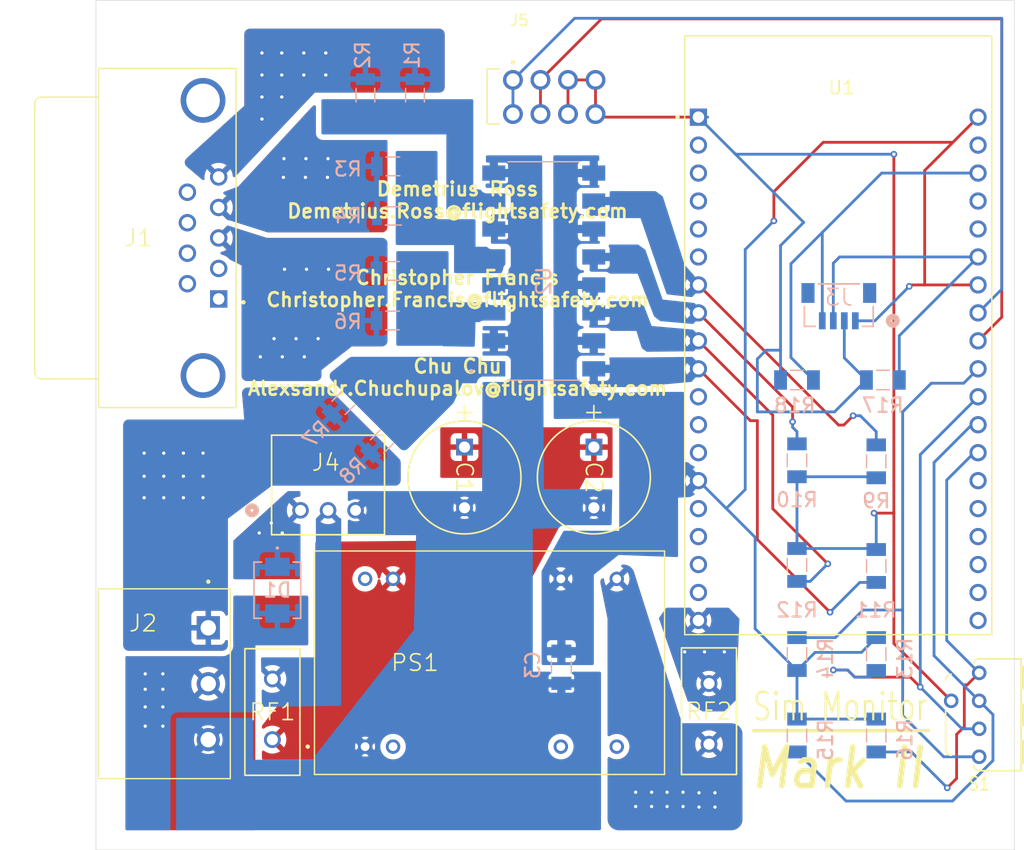
<source format=kicad_pcb>
(kicad_pcb (version 20241229) (generator "pcbnew") (generator_version "9.0")
  (layers (0 "F.Cu" signal) (2 "B.Cu" signal) (13 "F.Paste" user) (15 "B.Paste" user) (5 "F.SilkS" user "F.Silkscreen") (7 "B.SilkS" user "B.Silkscreen") (1 "F.Mask" user) (3 "B.Mask" user) (25 "Edge.Cuts" user))
  (net 0 "")
  (net 1 "-Vin")
  (net 4 "spare")
  (net 5 "ramp_down")
  (net 7 "ramp_up")
  (net 13 "sim_home")
  (net 18 "spare_opto")
  (net 19 "+3.3V")
  (net 20 "GPIO_25")
  (net 21 "GPIO_26")
  (net 22 "GPIO_16")
  (net 23 "ESP_GND2")
  (net 24 "GPIO_17")
  (net 25 "GPIO_4")
  (net 26 "/+VIN")
  (net 40 "GPIO_21")
  (net 45 "GPIO_22")
  (net 48 "+24V")
  (net 50 "GPIO_32")
  (net 51 "GPIO_33")
  (net 52 "GPIO_5")
  (net 53 "ramp_up_opto")
  (net 54 "/ramp_down_opto")
  (net 55 "/sim_home_opto")
  (net 56 "+VIN-dc")
  (net 57 "/+VOUT")
  (net 58 "+VOUT-esp")
  (net 59 "/+24V-Sim")
  (net 60 "GPIO_19")
  (net 61 "GPIO_18")
  (footprint "footprints:DRR3010" (layer "F.Cu") (at 175.75 117.31915 90)
    (property "Reference" "S1")
    (property "Value" "DRR3016")
  )
  (footprint "footprints:MODULE_ESP32-DEVKITC-32D" (layer "F.Cu") (at 162.95 82.78915)
    (property "Reference" "U1")
    (property "Value" "ESP32-DEVKITC-32D")
  )
  (footprint "footprints:CONN_S3B-EH_JST" (layer "F.Cu") (at 114.1049 98.7451)
    (property "Reference" "J4")
    (property "Value" "S3B-EH")
  )
  (footprint "footprints:ASSMANN_A-DF_09_A_KG-T4S" (layer "F.Cu") (at 106.67 79.545 -90)
    (property "Reference" "J1")
    (property "Value" "A-DF_09_A_KG-T4S")
  )
  (footprint "footprints:PTC_RESET_FUSE" (layer "F.Cu") (at 151.21 119.98915 90)
    (property "Reference" "RF2")
    (property "Value" "~" (hide yes))
  )
  (footprint "footprints:PHOENIX_1770979" (layer "F.Cu") (at 131.05 63.65)
    (property "Reference" "J5")
    (property "Value" "1770979")
  )
  (footprint "footprints:PTC_RESET_FUSE" (layer "F.Cu") (at 111.55 114.0617 -90)
    (property "Reference" "RF1")
    (property "Value" "~" (hide yes))
  )
  (footprint "footprints:PCAP_10x12_5-THRU-ELECT_NCA" (layer "F.Cu") (at 140.75 93 -90)
    (property "Reference" "C2")
    (property "Value" "UHE2A470MPD")
  )
  (footprint "footprints:PHOENIX_1757255" (layer "F.Cu") (at 95.725 105.875 -90)
    (property "Reference" "J2")
    (property "Value" "jst-power")
  )
  (footprint "footprints:PCAP_10x12_5-THRU-ELECT_NCA" (layer "F.Cu") (at 129 93 -90)
    (property "Reference" "C1")
    (property "Value" "UHE2A470MPD")
  )
  (footprint "footprints:CONV_REC5A-2405SW_H2" (layer "F.Cu") (at 131.27 112.58915)
    (property "Reference" "PS1")
    (property "Value" "REC5A-2405SW_H2")
  )
  (footprint "footprints:CONN_BM04B-SRSS-TB_SPK" (layer "B.Cu") (at 163 80.106 180)
    (property "Reference" "J3")
    (property "Value" "JST -SM")
  )
  (footprint "footprints:RESC3216X75N" (layer "B.Cu") (at 159.2 86.906)
    (property "Reference" "R18")
    (property "Value" "CR1206-FX-1002ELF")
  )
  (footprint "footprints:RESC3216X75N" (layer "B.Cu") (at 166.4 103.8 90)
    (property "Reference" "R11")
    (property "Value" "CR1206-FX-1002ELF")
  )
  (footprint "footprints:RESC3216X75N" (layer "B.Cu") (at 166.4 111.8 90)
    (property "Reference" "R13")
    (property "Value" "CR1206-FX-1002ELF")
  )
  (footprint "footprints:RESC3115X65N" (layer "B.Cu") (at 122.46 81.5)
    (property "Reference" "R6" (hide yes))
    (property "Value" "CRGH1206J4K7")
  )
  (footprint "footprints:RESC3115X65N" (layer "B.Cu") (at 121.5 92.5 45)
    (property "Reference" "R8")
    (property "Value" "CRGH1206J4K7")
  )
  (footprint "footprints:DO214AASMB_CIP-L" (layer "B.Cu") (at 112 106 -90)
    (property "Reference" "D1")
    (property "Value" "SS34B-HF")
  )
  (footprint "footprints:RESC3115X65N" (layer "B.Cu") (at 124.5 61.04 -90)
    (property "Reference" "R1")
    (property "Value" "CRGH1206J4K7")
  )
  (footprint "footprints:RESC3115X65N" (layer "B.Cu") (at 122.46 77)
    (property "Reference" "R5" (hide yes))
    (property "Value" "CRGH1206J4K7")
  )
  (footprint "footprints:RESC3015X65N" (layer "B.Cu") (at 122.54 72)
    (property "Reference" "R4")
    (property "Value" "CRGH1206J4K7")
  )
  (footprint "footprints:RESC3115X65N" (layer "B.Cu") (at 122.5 67.5)
    (property "Reference" "R3")
    (property "Value" "CRGH1206J4K7")
  )
  (footprint "footprints:RESC3216X75N" (layer "B.Cu") (at 167 86.906)
    (property "Reference" "R17")
    (property "Value" "CR1206-FX-1002ELF")
  )
  (footprint "footprints:RESC3216X75N" (layer "B.Cu") (at 159.2 94.2 -90)
    (property "Reference" "R10")
    (property "Value" "CR1206-FX-1002ELF")
  )
  (footprint "footprints:SOIC254P1016X460-16N" (layer "B.Cu") (at 136.2 77)
    (property "Reference" "U2")
    (property "Value" "LTV-846S")
  )
  (footprint "footprints:RESC3216X75N" (layer "B.Cu") (at 166.4 94.294 -90)
    (property "Reference" "R9")
    (property "Value" "CR1206-FX-1002ELF")
  )
  (footprint "footprints:RESC3216X75N" (layer "B.Cu") (at 159.2 103.706 90)
    (property "Reference" "R12")
    (property "Value" "CR1206-FX-1002ELF")
  )
  (footprint "footprints:RESC3216X75N" (layer "B.Cu") (at 159.2 111.8 -90)
    (property "Reference" "R14")
    (property "Value" "CR1206-FX-1002ELF")
  )
  (footprint "footprints:RESC3216X75N" (layer "B.Cu") (at 166.4 119.2 90)
    (property "Reference" "R16")
    (property "Value" "CR1206-FX-1002ELF")
  )
  (footprint "footprints:RESC3115X65N" (layer "B.Cu") (at 120 61.04 -90)
    (property "Reference" "R2")
    (property "Value" "CRGH1206J4K7")
  )
  (footprint "footprints:RESC3216X75N" (layer "B.Cu") (at 159.2 119.2 90)
    (property "Reference" "R15")
    (property "Value" "CR1206-FX-1002ELF")
  )
  (footprint "footprints:CAPC3216X180N" (layer "B.Cu") (at 137.8 113 -90)
    (property "Reference" "C3")
    (property "Value" "1000pf/3kV")
  )
  (footprint "footprints:RESC3115X65N" (layer "B.Cu") (at 118 89 45)
    (property "Reference" "R7")
    (property "Value" "CRGH1206J4K7")
  )
  (gr_line (start 155.225 118.75) (end 171.175 118.75) (stroke (width 0.3)) (layer "F.SilkS"))
  (gr_rect (start 95.525 52.41415) (end 178.95 129.58915) (stroke (width 0.05)) (fill no) (layer "Edge.Cuts"))
  (gr_text "Mark II" (at 154.8 124.2 0) (layer "F.SilkS") (effects (font (size 3.5 3) (thickness 0.5) (bold yes) (italic yes)) (justify left bottom)))
  (gr_text "Demetrius Ross\nDemetrius.Ross@flightsafety.com\n\n\nChristopher Francis\nChristopher.Francis@flightsafety.com\n\n\nChu Chu\nAlexsandr.Chuchupalov@flightsafety.com" (at 128.365 88.4 0) (layer "F.SilkS") (effects (font (size 1.25 1.25) (thickness 0.25) (bold yes)) (justify bottom)))
  (gr_text "Sim Monitor" (at 163.125 118.05 0) (layer "F.SilkS") (effects (font (size 2.5 1.75) (thickness 0.2)) (justify bottom)))
  (gr_text "R5\n" (at 118.4 77.2 0) (layer "B.SilkS") (effects (font (size 1.3 1.3) (thickness 0.2)) (justify mirror)))
  (gr_text "R6\n" (at 118.4 81.6 0) (layer "B.SilkS") (effects (font (size 1.3 1.3) (thickness 0.2)) (justify mirror)))
  (via (at 110.6 59.2) (size 0.6) (drill 0.3) (layers "F.Cu" "B.Cu") (net 4))
  (via (at 110.6 61.2) (size 0.6) (drill 0.3) (layers "F.Cu" "B.Cu") (net 4))
  (via (at 116.4 57.2) (size 0.6) (drill 0.3) (layers "F.Cu" "B.Cu") (net 4))
  (via (at 110.6 57.2) (size 0.6) (drill 0.3) (layers "F.Cu" "B.Cu") (net 4))
  (via (at 114.4 59.2) (size 0.6) (drill 0.3) (layers "F.Cu" "B.Cu") (net 4))
  (via (at 110.6 63.2) (size 0.6) (drill 0.3) (layers "F.Cu" "B.Cu") (net 4))
  (via (at 116.4 59.2) (size 0.6) (drill 0.3) (layers "F.Cu" "B.Cu") (net 4))
  (via (at 114.4 57.2) (size 0.6) (drill 0.3) (layers "F.Cu" "B.Cu") (net 4))
  (via (at 112.4 61.2) (size 0.6) (drill 0.3) (layers "F.Cu" "B.Cu") (net 4))
  (via (at 112.4 59.2) (size 0.6) (drill 0.3) (layers "F.Cu" "B.Cu") (net 4))
  (via (at 112.4 57.2) (size 0.6) (drill 0.3) (layers "F.Cu" "B.Cu") (net 4))
  (via (at 115.7 83.15) (size 0.6) (drill 0.3) (layers "F.Cu" "B.Cu") (net 5))
  (via (at 116.65 76.85) (size 0.6) (drill 0.3) (layers "F.Cu" "B.Cu") (net 5))
  (via (at 111.7 83.15) (size 0.6) (drill 0.3) (layers "F.Cu" "B.Cu") (net 5))
  (via (at 114.65 76.85) (size 0.6) (drill 0.3) (layers "F.Cu" "B.Cu") (net 5))
  (via (at 112.45 84.8) (size 0.6) (drill 0.3) (layers "F.Cu" "B.Cu") (net 5))
  (via (at 113.7 83.15) (size 0.6) (drill 0.3) (layers "F.Cu" "B.Cu") (net 5))
  (via (at 112.65 76.85) (size 0.6) (drill 0.3) (layers "F.Cu" "B.Cu") (net 5))
  (via (at 114.45 84.8) (size 0.6) (drill 0.3) (layers "F.Cu" "B.Cu") (net 5))
  (via (at 110.45 84.8) (size 0.6) (drill 0.3) (layers "F.Cu" "B.Cu") (net 5))
  (via (at 116.55 68.5) (size 0.6) (drill 0.3) (layers "F.Cu" "B.Cu") (net 7))
  (via (at 116.6 66.8) (size 0.6) (drill 0.3) (layers "F.Cu" "B.Cu") (net 7))
  (via (at 114.55 68.5) (size 0.6) (drill 0.3) (layers "F.Cu" "B.Cu") (net 7))
  (via (at 112.55 68.5) (size 0.6) (drill 0.3) (layers "F.Cu" "B.Cu") (net 7))
  (via (at 112.6 66.8) (size 0.6) (drill 0.3) (layers "F.Cu" "B.Cu") (net 7))
  (via (at 114.6 66.8) (size 0.6) (drill 0.3) (layers "F.Cu" "B.Cu") (net 7))
  (via (at 99.9 95.65) (size 0.6) (drill 0.3) (layers "F.Cu" "B.Cu") (net 13))
  (via (at 99.9 97.6) (size 0.6) (drill 0.3) (layers "F.Cu" "B.Cu") (net 13))
  (via (at 105.25 97.6) (size 0.6) (drill 0.3) (layers "F.Cu" "B.Cu") (net 13))
  (via (at 101.683333 95.65) (size 0.6) (drill 0.3) (layers "F.Cu" "B.Cu") (net 13))
  (via (at 101.683333 97.6) (size 0.6) (drill 0.3) (layers "F.Cu" "B.Cu") (net 13))
  (via (at 105.25 93.55) (size 0.6) (drill 0.3) (layers "F.Cu" "B.Cu") (net 13))
  (via (at 101.683333 93.55) (size 0.6) (drill 0.3) (layers "F.Cu" "B.Cu") (net 13))
  (via (at 105.25 95.65) (size 0.6) (drill 0.3) (layers "F.Cu" "B.Cu") (net 13))
  (via (at 103.466667 97.6) (size 0.6) (drill 0.3) (layers "F.Cu" "B.Cu") (net 13))
  (via (at 103.466667 93.55) (size 0.6) (drill 0.3) (layers "F.Cu" "B.Cu") (net 13))
  (via (at 99.9 93.55) (size 0.6) (drill 0.3) (layers "F.Cu" "B.Cu") (net 13))
  (via (at 103.466667 95.65) (size 0.6) (drill 0.3) (layers "F.Cu" "B.Cu") (net 13))
  (segment (start 168 110.83915) (end 168 99) (width 0.254) (layer "F.Cu") (net 19))
  (segment (start 173.21 116.04915) (end 168 110.83915) (width 0.254) (layer "F.Cu") (net 19))
  (segment (start 168 99) (end 166.2 99) (width 0.254) (layer "F.Cu") (net 19))
  (segment (start 141.17915 63.02915) (end 140.9 62.75) (width 0.254) (layer "F.Cu") (net 19))
  (segment (start 150.25 63.02915) (end 141.17915 63.02915) (width 0.254) (layer "F.Cu") (net 19))
  (segment (start 138.4 62.75) (end 138.4 59.65) (width 0.254) (layer "F.Cu") (net 19))
  (segment (start 168 99) (end 168 66.4) (width 0.254) (layer "F.Cu") (net 19))
  (segment (start 140.9 59.65) (end 140.9 62.75) (width 0.254) (layer "F.Cu") (net 19))
  (segment (start 138.4 59.65) (end 140.9 59.65) (width 0.254) (layer "F.Cu") (net 19))
  (via (at 166.2 99) (size 0.6) (drill 0.3) (layers "F.Cu" "B.Cu") (net 19))
  (via (at 168 66.4) (size 0.6) (drill 0.3) (layers "F.Cu" "B.Cu") (net 19))
  (segment (start 166.4 99.2) (end 166.4 102.306) (width 0.254) (layer "B.Cu") (net 19))
  (segment (start 151.090301 63.02915) (end 150.25 63.02915) (width 0.254) (layer "B.Cu") (net 19))
  (segment (start 157.706 74.694) (end 157.706 84.2) (width 0.254) (layer "B.Cu") (net 19))
  (segment (start 157.706 84.2) (end 156.4 84.2) (width 0.254) (layer "B.Cu") (net 19))
  (segment (start 162.612 89.8) (end 155.6 89.8) (width 0.254) (layer "B.Cu") (net 19))
  (segment (start 166.306 102.212) (end 166.4 102.306) (width 0.254) (layer "B.Cu") (net 19))
  (segment (start 155.6 85) (end 155.6 89.8) (width 0.254) (layer "B.Cu") (net 19))
  (segment (start 156.4 84.2) (end 155.6 85) (width 0.254) (layer "B.Cu") (net 19))
  (segment (start 165.506 86.906) (end 162.612 89.8) (width 0.254) (layer "B.Cu") (net 19))
  (segment (start 153.510425 66.289575) (end 150.25 63.02915) (width 0.254) (layer "B.Cu") (net 19))
  (segment (start 159.810425 72.589575) (end 153.510425 66.289575) (width 0.254) (layer "B.Cu") (net 19))
  (segment (start 166.306 95.694) (end 166.4 95.788) (width 0.254) (layer "B.Cu") (net 19))
  (segment (start 159.2 102.212) (end 166.306 102.212) (width 0.254) (layer "B.Cu") (net 19))
  (segment (start 168 66.4) (end 153.62085 66.4) (width 0.254) (layer "B.Cu") (net 19))
  (segment (start 159.2 95.694) (end 166.306 95.694) (width 0.254) (layer "B.Cu") (net 19))
  (segment (start 159.2 95.694) (end 159.2 102.212) (width 0.254) (layer "B.Cu") (net 19))
  (segment (start 166.2 99) (end 166.4 99.2) (width 0.254) (layer "B.Cu") (net 19))
  (segment (start 165.506 86.906) (end 163.499999 84.899999) (width 0.254) (layer "B.Cu") (net 19))
  (segment (start 153.62085 66.4) (end 153.510425 66.289575) (width 0.254) (layer "B.Cu") (net 19))
  (segment (start 163.499999 84.899999) (end 163.499999 81.5276) (width 0.254) (layer "B.Cu") (net 19))
  (segment (start 157.706 84.2) (end 157.706 86.906) (width 0.254) (layer "B.Cu") (net 19))
  (segment (start 159.810425 72.589575) (end 157.706 74.694) (width 0.254) (layer "B.Cu") (net 19))
  (segment (start 162 103.6) (end 157 98.6) (width 0.254) (layer "F.Cu") (net 20))
  (segment (start 157 90.09915) (end 150.25 83.34915) (width 0.254) (layer "F.Cu") (net 20))
  (segment (start 157 98.6) (end 157 90.09915) (width 0.254) (layer "F.Cu") (net 20))
  (via (at 162 103.6) (size 0.6) (drill 0.3) (layers "F.Cu" "B.Cu") (net 20))
  (segment (start 160.4 105.2) (end 162 103.6) (width 0.254) (layer "B.Cu") (net 20))
  (segment (start 159.2 105.2) (end 160.4 105.2) (width 0.254) (layer "B.Cu") (net 20))
  (segment (start 154.96085 90.6) (end 150.25 85.88915) (width 0.254) (layer "F.Cu") (net 21))
  (segment (start 155.6 101.4) (end 155.6 90.6) (width 0.254) (layer "F.Cu") (net 21))
  (segment (start 162.2 108) (end 155.6 101.4) (width 0.254) (layer "F.Cu") (net 21))
  (segment (start 155.6 90.6) (end 154.96085 90.6) (width 0.254) (layer "F.Cu") (net 21))
  (via (at 162.2 108) (size 0.6) (drill 0.3) (layers "F.Cu" "B.Cu") (net 21))
  (segment (start 164.906 105.294) (end 162.2 108) (width 0.254) (layer "B.Cu") (net 21))
  (segment (start 166.4 105.294) (end 164.906 105.294) (width 0.254) (layer "B.Cu") (net 21))
  (segment (start 159.2 120.694) (end 163.656 125.15) (width 0.254) (layer "B.Cu") (net 22))
  (segment (start 175.08085 90.96915) (end 175.65 90.96915) (width 0.254) (layer "B.Cu") (net 22))
  (segment (start 171.65 94.4) (end 175.08085 90.96915) (width 0.254) (layer "B.Cu") (net 22))
  (segment (start 171.65 111.94915) (end 171.65 94.4) (width 0.254) (layer "B.Cu") (net 22))
  (segment (start 175.75 116.04915) (end 171.65 111.94915) (width 0.254) (layer "B.Cu") (net 22))
  (segment (start 177 117.29915) (end 175.75 116.04915) (width 0.254) (layer "B.Cu") (net 22))
  (segment (start 163.656 125.15) (end 173.322 125.15) (width 0.254) (layer "B.Cu") (net 22))
  (segment (start 173.322 125.15) (end 177 121.472) (width 0.254) (layer "B.Cu") (net 22))
  (segment (start 177 121.472) (end 177 117.29915) (width 0.254) (layer "B.Cu") (net 22))
  (segment (start 157.1 69.8) (end 161.585425 65.314575) (width 0.254) (layer "F.Cu") (net 23))
  (segment (start 157.1 72.45) (end 157.1 69.8) (width 0.254) (layer "F.Cu") (net 23))
  (segment (start 169.53085 78.26915) (end 170.8 78.26915) (width 0.254) (layer "F.Cu") (net 23))
  (segment (start 173.364575 65.314575) (end 175.65 63.02915) (width 0.254) (layer "F.Cu") (net 23))
  (segment (start 161.585425 65.314575) (end 173.364575 65.314575) (width 0.254) (layer "F.Cu") (net 23))
  (segment (start 169.4 78.4) (end 169.53085 78.26915) (width 0.254) (layer "F.Cu") (net 23))
  (segment (start 170.8 78.26915) (end 170.8 67.87915) (width 0.254) (layer "F.Cu") (net 23))
  (segment (start 170.8 67.87915) (end 173.364575 65.314575) (width 0.254) (layer "F.Cu") (net 23))
  (segment (start 170.8 78.26915) (end 175.65 78.26915) (width 0.254) (layer "F.Cu") (net 23))
  (via (at 169.4 78.4) (size 0.6) (drill 0.3) (layers "F.Cu" "B.Cu") (net 23))
  (via (at 157.1 72.45) (size 0.6) (drill 0.3) (layers "F.Cu" "B.Cu") (net 23))
  (segment (start 152.775425 98.574575) (end 150.25 96.04915) (width 0.254) (layer "B.Cu") (net 23))
  (segment (start 155.4 109.494) (end 155.4 101.19915) (width 0.254) (layer "B.Cu") (net 23))
  (segment (start 155.4 101.19915) (end 152.775425 98.574575) (width 0.254) (layer "B.Cu") (net 23))
  (segment (start 165.056 111.65) (end 166.4 110.306) (width 0.254) (layer "B.Cu") (net 23))
  (segment (start 160.844 111.65) (end 165.056 111.65) (width 0.254) (layer "B.Cu") (net 23))
  (segment (start 159.2 117.706) (end 166.4 117.706) (width 0.254) (layer "B.Cu") (net 23))
  (segment (start 159.2 113.294) (end 155.4 109.494) (width 0.254) (layer "B.Cu") (net 23))
  (segment (start 166.2724 81.5276) (end 169.4 78.4) (width 0.254) (layer "B.Cu") (net 23))
  (segment (start 157.1 72.45) (end 154.5 75.05) (width 0.254) (layer "B.Cu") (net 23))
  (segment (start 154.5 96.85) (end 152.775425 98.574575) (width 0.254) (layer "B.Cu") (net 23))
  (segment (start 164.5 81.5276) (end 166.2724 81.5276) (width 0.254) (layer "B.Cu") (net 23))
  (segment (start 159.2 113.294) (end 160.844 111.65) (width 0.254) (layer "B.Cu") (net 23))
  (segment (start 159.2 117.706) (end 159.2 113.294) (width 0.254) (layer "B.Cu") (net 23))
  (segment (start 154.5 75.05) (end 154.5 96.85) (width 0.254) (layer "B.Cu") (net 23))
  (segment (start 163.8 113.25) (end 164.45 113.9) (width 0.254) (layer "F.Cu") (net 24))
  (segment (start 162.5 113.25) (end 163.8 113.25) (width 0.254) (layer "F.Cu") (net 24))
  (segment (start 164.45 113.9) (end 169.5 113.9) (width 0.254) (layer "F.Cu") (net 24))
  (segment (start 169.5 113.9) (end 170.4 114.8) (width 0.254) (layer "F.Cu") (net 24))
  (via (at 170.4 114.8) (size 0.6) (drill 0.3) (layers "F.Cu" "B.Cu") (net 24))
  (via (at 162.5 113.25) (size 0.6) (drill 0.3) (layers "F.Cu" "B.Cu") (net 24))
  (segment (start 170.4 114.8) (end 174.18915 118.58915) (width 0.254) (layer "B.Cu") (net 24))
  (segment (start 170.4 114.8) (end 170.4 93.67915) (width 0.254) (layer "B.Cu") (net 24))
  (segment (start 165.794 113.9) (end 166.4 113.294) (width 0.254) (layer "B.Cu") (net 24))
  (segment (start 164.45 113.9) (end 165.794 113.9) (width 0.254) (layer "B.Cu") (net 24))
  (segment (start 162.5 113.25) (end 163.8 113.25) (width 0.254) (layer "B.Cu") (net 24))
  (segment (start 163.8 113.25) (end 164.45 113.9) (width 0.254) (layer "B.Cu") (net 24))
  (segment (start 174.18915 118.58915) (end 175.75 118.58915) (width 0.254) (layer "B.Cu") (net 24))
  (segment (start 170.4 93.67915) (end 175.65 88.42915) (width 0.254) (layer "B.Cu") (net 24))
  (segment (start 172.85 123.95) (end 173.7 123.1) (width 0.254) (layer "F.Cu") (net 25))
  (segment (start 174.65915 114.6) (end 175.75 113.50915) (width 0.254) (layer "F.Cu") (net 25))
  (segment (start 173.7 123.1) (end 173.7 119.1) (width 0.254) (layer "F.Cu") (net 25))
  (segment (start 174.4 118.4) (end 174.4 114.6) (width 0.254) (layer "F.Cu") (net 25))
  (segment (start 173.7 119.1) (end 174.4 118.4) (width 0.254) (layer "F.Cu") (net 25))
  (segment (start 174.4 114.6) (end 174.65915 114.6) (width 0.254) (layer "F.Cu") (net 25))
  (via (at 172.85 123.95) (size 0.6) (drill 0.3) (layers "F.Cu" "B.Cu") (net 25))
  (segment (start 175.75 113.50915) (end 172.8 110.55915) (width 0.254) (layer "B.Cu") (net 25))
  (segment (start 175.29085 93.50915) (end 175.65 93.50915) (width 0.254) (layer "B.Cu") (net 25))
  (segment (start 169.594 120.694) (end 172.85 123.95) (width 0.254) (layer "B.Cu") (net 25))
  (segment (start 172.8 96) (end 175.29085 93.50915) (width 0.254) (layer "B.Cu") (net 25))
  (segment (start 166.4 120.694) (end 169.594 120.694) (width 0.254) (layer "B.Cu") (net 25))
  (segment (start 172.8 110.55915) (end 172.8 96) (width 0.254) (layer "B.Cu") (net 25))
  (segment (start 168.494 82.88515) (end 175.65 75.72915) (width 0.254) (layer "B.Cu") (net 40))
  (segment (start 163.07085 75.72915) (end 175.65 75.72915) (width 0.254) (layer "B.Cu") (net 40))
  (segment (start 162.500001 76.299999) (end 163.07085 75.72915) (width 0.254) (layer "B.Cu") (net 40))
  (segment (start 168.494 86.906) (end 168.494 82.88515) (width 0.254) (layer "B.Cu") (net 40))
  (segment (start 162.500001 81.5276) (end 162.500001 76.299999) (width 0.254) (layer "B.Cu") (net 40))
  (segment (start 158.65 76.35) (end 161.5 73.5) (width 0.254) (layer "B.Cu") (net 45))
  (segment (start 161.5 73.5) (end 166.89085 68.10915) (width 0.254) (layer "B.Cu") (net 45))
  (segment (start 161.5 81.5276) (end 161.5 73.5) (width 0.254) (layer "B.Cu") (net 45))
  (segment (start 158.65 84.862) (end 158.65 76.35) (width 0.254) (layer "B.Cu") (net 45))
  (segment (start 160.694 86.906) (end 158.65 84.862) (width 0.254) (layer "B.Cu") (net 45))
  (segment (start 166.89085 68.10915) (end 175.65 68.10915) (width 0.254) (layer "B.Cu") (net 45))
  (via (at 111.45 99.9) (size 0.6) (drill 0.3) (layers "F.Cu" "B.Cu") (net 48))
  (via (at 110.35 100.8) (size 0.6) (drill 0.3) (layers "F.Cu" "B.Cu") (net 48))
  (via (at 112.45 100.8) (size 0.6) (drill 0.3) (layers "F.Cu" "B.Cu") (net 48))
  (segment (start 164.3 90.15) (end 163.45 91) (width 0.254) (layer "F.Cu") (net 50))
  (segment (start 163.45 91) (end 162.98085 91) (width 0.254) (layer "F.Cu") (net 50))
  (segment (start 162.98085 91) (end 150.25 78.26915) (width 0.254) (layer "F.Cu") (net 50))
  (via (at 164.3 90.15) (size 0.6) (drill 0.3) (layers "F.Cu" "B.Cu") (net 50))
  (segment (start 164.95 90.15) (end 166.4 91.6) (width 0.254) (layer "B.Cu") (net 50))
  (segment (start 164.3 90.15) (end 164.95 90.15) (width 0.254) (layer "B.Cu") (net 50))
  (segment (start 166.4 91.6) (end 166.4 92.8) (width 0.254) (layer "B.Cu") (net 50))
  (segment (start 158.8 90.7) (end 158.8 89.35915) (width 0.254) (layer "F.Cu") (net 51))
  (segment (start 158.8 89.35915) (end 150.25 80.80915) (width 0.254) (layer "F.Cu") (net 51))
  (via (at 158.8 90.7) (size 0.6) (drill 0.3) (layers "F.Cu" "B.Cu") (net 51))
  (segment (start 158.8 91.2) (end 159.2 91.6) (width 0.254) (layer "B.Cu") (net 51))
  (segment (start 158.8 90.7) (end 158.8 91.2) (width 0.254) (layer "B.Cu") (net 51))
  (segment (start 159.2 91.6) (end 159.2 92.706) (width 0.254) (layer "B.Cu") (net 51))
  (segment (start 175.75 121.12915) (end 175.54 121.33915) (width 0.254) (layer "F.Cu") (net 52))
  (segment (start 159.2 110.306) (end 162.694 110.306) (width 0.254) (layer "B.Cu") (net 52))
  (segment (start 162.694 110.306) (end 165.2 107.8) (width 0.254) (layer "B.Cu") (net 52))
  (segment (start 171.4 87.2) (end 174.33915 87.2) (width 0.254) (layer "B.Cu") (net 52))
  (segment (start 174.33915 87.2) (end 175.65 85.88915) (width 0.254) (layer "B.Cu") (net 52))
  (segment (start 168.8 107.8) (end 168.8 89.8) (width 0.254) (layer "B.Cu") (net 52))
  (segment (start 168.8 117.4) (end 172.52915 121.12915) (width 0.254) (layer "B.Cu") (net 52))
  (segment (start 168.8 89.8) (end 171.4 87.2) (width 0.254) (layer "B.Cu") (net 52))
  (segment (start 168.8 107.8) (end 168.8 117.4) (width 0.254) (layer "B.Cu") (net 52))
  (segment (start 172.52915 121.12915) (end 175.75 121.12915) (width 0.254) (layer "B.Cu") (net 52))
  (segment (start 165.2 107.8) (end 168.8 107.8) (width 0.254) (layer "B.Cu") (net 52))
  (via (at 148.85 124.35) (size 0.6) (drill 0.3) (layers "F.Cu" "B.Cu") (net 57))
  (via (at 148.85 125.65) (size 0.6) (drill 0.3) (layers "F.Cu" "B.Cu") (net 57))
  (via (at 146 124.35) (size 0.6) (drill 0.3) (layers "F.Cu" "B.Cu") (net 57))
  (via (at 144.55 124.35) (size 0.6) (drill 0.3) (layers "F.Cu" "B.Cu") (net 57))
  (via (at 151.75 125.7) (size 0.6) (drill 0.3) (layers "F.Cu" "B.Cu") (net 57))
  (via (at 144.55 125.65) (size 0.6) (drill 0.3) (layers "F.Cu" "B.Cu") (net 57))
  (via (at 150.3 124.4) (size 0.6) (drill 0.3) (layers "F.Cu" "B.Cu") (net 57))
  (via (at 147.4 124.35) (size 0.6) (drill 0.3) (layers "F.Cu" "B.Cu") (net 57))
  (via (at 150.3 125.7) (size 0.6) (drill 0.3) (layers "F.Cu" "B.Cu") (net 57))
  (via (at 151.75 124.4) (size 0.6) (drill 0.3) (layers "F.Cu" "B.Cu") (net 57))
  (via (at 146 125.65) (size 0.6) (drill 0.3) (layers "F.Cu" "B.Cu") (net 57))
  (via (at 147.4 125.65) (size 0.6) (drill 0.3) (layers "F.Cu" "B.Cu") (net 57))
  (via (at 150.8 111.6) (size 0.6) (drill 0.3) (layers "F.Cu" "B.Cu") (net 58))
  (via (at 152.6 111.6) (size 0.6) (drill 0.3) (layers "F.Cu" "B.Cu") (net 58))
  (via (at 149 111.6) (size 0.6) (drill 0.3) (layers "F.Cu" "B.Cu") (net 58))
  (via (at 100 116.6) (size 0.6) (drill 0.3) (layers "F.Cu" "B.Cu") (net 59))
  (via (at 100 118.35) (size 0.6) (drill 0.3) (layers "F.Cu" "B.Cu") (net 59))
  (via (at 100 113.6) (size 0.6) (drill 0.3) (layers "F.Cu" "B.Cu") (net 59))
  (via (at 101.6 118.35) (size 0.6) (drill 0.3) (layers "F.Cu" "B.Cu") (net 59))
  (via (at 101.6 113.6) (size 0.6) (drill 0.3) (layers "F.Cu" "B.Cu") (net 59))
  (via (at 100 115) (size 0.6) (drill 0.3) (layers "F.Cu" "B.Cu") (net 59))
  (via (at 101.6 115) (size 0.6) (drill 0.3) (layers "F.Cu" "B.Cu") (net 59))
  (via (at 101.6 116.6) (size 0.6) (drill 0.3) (layers "F.Cu" "B.Cu") (net 59))
  (segment (start 139 54.05) (end 177.8 54.05) (width 0.254) (layer "B.Cu") (net 60))
  (segment (start 133.4 62.75) (end 133.4 59.65) (width 0.254) (layer "B.Cu") (net 60))
  (segment (start 177.8 54.05) (end 177.8 78.65915) (width 0.254) (layer "B.Cu") (net 60))
  (segment (start 133.4 59.65) (end 139 54.05) (width 0.254) (layer "B.Cu") (net 60))
  (segment (start 177.8 78.65915) (end 175.65 80.80915) (width 0.254) (layer "B.Cu") (net 60))
  (segment (start 177.8 54.1) (end 177.8 81.19915) (width 0.254) (layer "F.Cu") (net 61))
  (segment (start 177.8 81.19915) (end 175.65 83.34915) (width 0.254) (layer "F.Cu") (net 61))
  (segment (start 135.9 59.65) (end 141.45 54.1) (width 0.254) (layer "F.Cu") (net 61))
  (segment (start 141.45 54.1) (end 177.8 54.1) (width 0.254) (layer "F.Cu") (net 61))
  (segment (start 135.9 62.75) (end 135.9 59.65) (width 0.254) (layer "F.Cu") (net 61))
  (zone (net 26) (net_name "/+VIN") (layer "F.Cu") (name "24") (priority 12) (connect_pads (clearance 0.5)) (min_thickness 0.25) (fill yes (thermal_gap 0.5) (thermal_bridge_width 0.5))
    (polygon (pts (xy 115.45 112.1) (xy 110.6 118.309395) (xy 110.6 121.4) (xy 116.04 121.4) (xy 127.24 113.4) (xy 135.1 113.4) (xy 135.1 104.924138) (xy 140 95.8) (xy 142.45 95.8) (xy 142.45 91.2) (xy 126.8 91.2) (xy 126.8 95.8) (xy 131.8 95.8) (xy 131.8 101.45) (xy 115.45 101.6)))
  )
  (zone (net 5) (net_name "ramp_down") (layers "F.Cu" "B.Cu") (priority 8) (connect_pads (clearance 0.5)) (min_thickness 0.25) (fill yes (thermal_gap 0.5) (thermal_bridge_width 0.5) (smoothing fillet) (radius 0.5))
    (polygon (pts (xy 122 74) (xy 122 83.85) (xy 118.764286 83.85) (xy 116 86) (xy 116 87) (xy 108.75 87) (xy 108.75 76.5) (xy 105.25 74.75) (xy 106.027777 72.416668) (xy 111.041664 74)))
  )
  (zone (net 55) (net_name "/sim_home_opto") (layers "F.Cu" "B.Cu") (priority 4) (connect_pads yes (clearance 0.5)) (min_thickness 0.25) (fill yes (thermal_gap 0.5) (thermal_bridge_width 0.75) (smoothing fillet) (radius 0.5))
    (polygon (pts (xy 123.5 93.5) (xy 116.5 86.5) (xy 118.625 84.8) (xy 127.3875 84.8) (xy 127.3875 84.8) (xy 132.45 84.8) (xy 132.45 87.2) (xy 128.81818 87.2) (xy 128 89)))
  )
  (zone (net 7) (net_name "ramp_up") (layers "F.Cu" "B.Cu") (priority 6) (connect_pads (clearance 0.5)) (min_thickness 0.25) (fill yes (thermal_gap 0.5) (thermal_bridge_width 0.5) (smoothing fillet) (radius 0.5))
    (polygon (pts (xy 106 70.25) (xy 105.5 71.5) (xy 106 72.5) (xy 110.5 73.5) (xy 122 73.5) (xy 122 61.9) (xy 115.335571 61.9) (xy 108.450251 69.331156)))
  )
  (zone (net 48) (net_name "+24V") (layers "F.Cu" "B.Cu") (name "24") (connect_pads (clearance 0.5)) (min_thickness 0.25) (fill yes (thermal_gap 0.5) (thermal_bridge_width 0.5))
    (polygon (pts (xy 108 105) (xy 108 101.5) (xy 113.5 96.5) (xy 114.1 96.5) (xy 114.1 105)))
  )
  (zone (net 59) (net_name "/+24V-Sim") (layers "F.Cu" "B.Cu") (priority 1) (connect_pads (clearance 0.5)) (min_thickness 0.25) (fill yes (thermal_gap 0.5) (thermal_bridge_width 0.5))
    (polygon (pts (xy 98.2 111.6) (xy 98.2 127.8) (xy 104.2 127.8) (xy 110 127.8) (xy 110 111) (xy 114.8 111) (xy 114.8 106.5) (xy 108 106.5) (xy 108 111.167647)))
  )
  (zone (net 57) (net_name "/+VOUT") (layers "F.Cu" "B.Cu") (name "ramp_down") (priority 7) (connect_pads (clearance 0.5)) (min_thickness 0.25) (fill yes (thermal_gap 0.5) (thermal_bridge_width 0.5) (smoothing fillet) (radius 1))
    (polygon (pts (xy 141.326923 105.219231) (xy 142 108.6) (xy 142.004282 127.799926) (xy 154.25 127.8) (xy 154.25 118.08915) (xy 148.75 118.08915) (xy 143.962389 103) (xy 141.4 105)))
  )
  (zone (net 13) (net_name "sim_home") (layers "F.Cu" "B.Cu") (priority 3) (connect_pads (clearance 0.5)) (min_thickness 0.25) (fill yes (thermal_gap 0.5) (thermal_bridge_width 0.5) (smoothing fillet) (radius 0.5))
    (polygon (pts (xy 98 111.5) (xy 98 90.5) (xy 109 90.5) (xy 108.75 87.6) (xy 116.5 87.5) (xy 123.2 94.2) (xy 123.2 96.5) (xy 111.5 96.5) (xy 107.5 99.5) (xy 107.5 111.5)))
  )
  (zone (net 58) (net_name "+VOUT-esp") (layers "F.Cu" "B.Cu") (priority 15) (connect_pads (clearance 0.5)) (min_thickness 0.25) (fill yes (thermal_gap 0.4) (thermal_bridge_width 0.5) (smoothing chamfer) (radius 1))
    (polygon (pts (xy 149.6 117) (xy 146.330434 107.6) (xy 154.008695 107.6) (xy 153.6 117)))
  )
  (zone (net 4) (net_name "spare") (layers "F.Cu" "B.Cu") (priority 5) (connect_pads (clearance 0.5)) (min_thickness 0.25) (fill yes (thermal_gap 0.5) (thermal_bridge_width 0.5) (smoothing fillet) (radius 0.5))
    (polygon (pts (xy 106.11 69.5) (xy 103.335965 67.149123) (xy 109 62) (xy 109 55) (xy 127.2 55) (xy 127.2 60.8) (xy 115.4 60.8) (xy 107.166666 69.5)))
  )
  (zone (net 54) (net_name "/ramp_down_opto") (layers "F.Cu" "B.Cu") (priority 9) (connect_pads yes (clearance 0.5)) (min_thickness 0.25) (fill yes (thermal_gap 0.5) (thermal_bridge_width 0.5))
    (polygon (pts (xy 122.8 83.8) (xy 122.8 75.2) (xy 127.55 75.2) (xy 127.55 79.85) (xy 133 79.85) (xy 133 81.65) (xy 130 81.65) (xy 129.93199 83.894321) (xy 126.988611 83.84176) (xy 127 83.8)))
  )
  (zone (net 18) (net_name "spare_opto") (layers "F.Cu" "B.Cu") (priority 11) (connect_pads yes (clearance 0.5)) (min_thickness 0.25) (fill yes (thermal_gap 0.4) (thermal_bridge_width 0.5))
    (polygon (pts (xy 116 64.6) (xy 127.35 64.6) (xy 127.35 71.5) (xy 133 71.5) (xy 133 69.6) (xy 129.8 69.6) (xy 129.8 61.4) (xy 116 61.4)))
  )
  (zone (net 0) (net_name "") (layers "F.Cu" "B.Cu") (name "ESP_Antenna") (connect_pads (clearance 0)) (min_thickness 0.25)
    (keepout (tracks not_allowed) (vias not_allowed) (pads not_allowed) (copperpour not_allowed) (footprints allowed))
    (fill (thermal_gap 0.4) (thermal_bridge_width 0.5))
    (polygon (pts (xy 152.8 62.2) (xy 152.8 55.6) (xy 173.4 55.6) (xy 173.4 62.2)))
  )
  (zone (net 23) (net_name "ESP_GND2") (layer "B.Cu") (priority 14) (connect_pads (clearance 0.5)) (min_thickness 0.25) (fill yes (thermal_gap 0.4) (thermal_bridge_width 0.75))
    (polygon (pts (xy 136 112.8) (xy 136 104.257142) (xy 138 100.6) (xy 143.05 100.6) (xy 143.05 90.405597) (xy 137.1 90.45) (xy 137.064567 66.5) (xy 141.243119 66.5) (xy 141.302865 73.012355) (xy 141.35 83.75) (xy 142.15 83.75) (xy 144.194228 87.999842) (xy 148.95 87.984027) (xy 148.940464 94.325987) (xy 150.35 94.544366) (xy 150.35 97.491666) (xy 148.4 97.6) (xy 148.4 103) (xy 143 102.8) (xy 140.75 104.58915) (xy 140.75 112.8)))
  )
  (zone (net 20) (net_name "GPIO_25") (layer "B.Cu") (priority 18) (connect_pads (clearance 0.5)) (min_thickness 0.25) (fill yes (thermal_gap 0.4) (thermal_bridge_width 0.75) (smoothing chamfer) (radius 0.5))
    (polygon (pts (xy 140.2 79.75) (xy 145.139706 79.75) (xy 146 82) (xy 150.6 82.4) (xy 150.582 84.4) (xy 145.25 84.5) (xy 144.615122 82.45) (xy 140.2 82.45)))
  )
  (zone (net 56) (net_name "+VIN-dc") (layer "B.Cu") (name "24") (priority 2) (connect_pads (clearance 0.5)) (min_thickness 0.25) (fill yes (thermal_gap 0.5) (thermal_bridge_width 0.5))
    (polygon (pts (xy 115.5 98.3) (xy 115.5 112.1) (xy 110.511765 112.1) (xy 110.6 116.6) (xy 117.8 116.502703) (xy 117.8 98.3)))
  )
  (zone (net 50) (net_name "GPIO_32") (layer "B.Cu") (priority 16) (connect_pads (clearance 0.5)) (min_thickness 0.25) (fill yes (thermal_gap 0.4) (thermal_bridge_width 0.75) (smoothing chamfer) (radius 0.5))
    (polygon (pts (xy 140.15 69.75) (xy 146.855922 69.75) (xy 149 76.450601) (xy 150.2 77.8) (xy 150.713253 80) (xy 150 80) (xy 147.6 79.8) (xy 144.983607 72.2) (xy 140.15 72.2)))
  )
  (zone (net 1) (net_name "-Vin") (layer "B.Cu") (name "-Vin") (priority 13) (connect_pads (clearance 0.5)) (min_thickness 0.25) (fill yes (thermal_gap 0.25) (thermal_bridge_width 0.75))
    (polygon (pts (xy 102.8 117.6) (xy 109.8 117.6) (xy 109.8 121.4) (xy 115.4 121.4) (xy 115.4 121.063159) (xy 124.4 109.6) (xy 124.6 101) (xy 118.4 101.004348) (xy 118.4 96.997333) (xy 130.6 97) (xy 130.65 79.85) (xy 131.4 80.2) (xy 131.4 77.2) (xy 133 77.2) (xy 133 75) (xy 131.4 75) (xy 131.4 71) (xy 133 71) (xy 133 70.2) (xy 130.9 70.1) (xy 130.95 66.5) (xy 133.15 66.5) (xy 136.05 66.5) (xy 136.21 96.8) (xy 142.421877 96.843807) (xy 142.359762 100.253339) (xy 135.2 100.42381) (xy 135.2 113.4) (xy 141.4 113.4) (xy 141.4 117.6) (xy 141.4 127.8) (xy 102.8 127.8)))
  )
  (zone (net 53) (net_name "ramp_up_opto") (layer "B.Cu") (priority 10) (connect_pads yes (clearance 0)) (min_thickness 0.25) (fill yes (thermal_gap 0.5) (thermal_bridge_width 0.5))
    (polygon (pts (xy 122.75 66.1) (xy 126.55 66.1) (xy 126.55 72.3) (xy 130 72.3) (xy 130 74.8) (xy 132.75 74.8) (xy 132.75 77.2) (xy 128.05 77.2) (xy 128.05 74.65) (xy 122.75 74.65)))
  )
  (zone (net 21) (net_name "GPIO_26") (layer "B.Cu") (priority 19) (connect_pads (clearance 0.5)) (min_thickness 0.25) (fill yes (thermal_gap 0.4) (thermal_bridge_width 0.75) (smoothing chamfer) (radius 0.5))
    (polygon (pts (xy 145.900008 84.85) (xy 145.909412 84.845298) (xy 150.600246 84.797301) (xy 150.4 87) (xy 144.55 87.55) (xy 143.35 87.55) (xy 140.15 87.55) (xy 140.2 84.85)))
  )
  (zone (net 51) (net_name "GPIO_33") (layer "B.Cu") (priority 17) (connect_pads (clearance 0.5)) (min_thickness 0.25) (fill yes (thermal_gap 0.4) (thermal_bridge_width 0.75) (smoothing chamfer) (radius 0.5))
    (polygon (pts (xy 140.15 77.25) (xy 140.15 74.6) (xy 145.265307 74.6) (xy 147 79.6) (xy 150.713253 80) (xy 150.8 82) (xy 146.4 81.6) (xy 144.719319 77.25)))
  )
)
</source>
